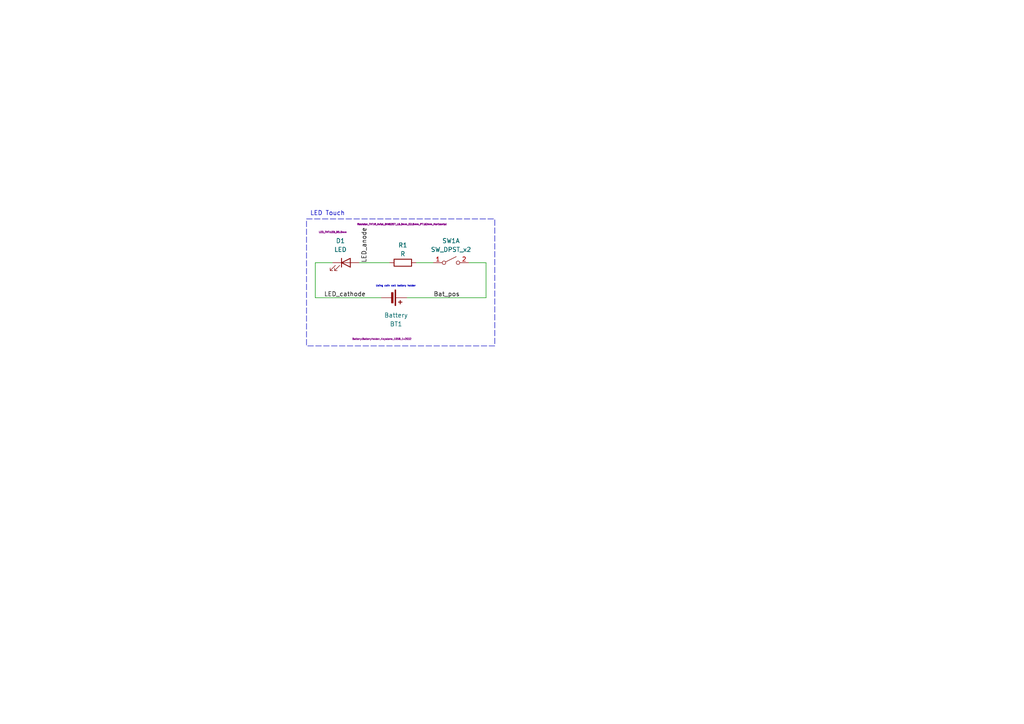
<source format=kicad_sch>
(kicad_sch (version 20231120) (generator "eeschema") (generator_version "8.0")
  (paper "A4")
  (title_block (title "LED Torch") (date "2024-04-01") (comment 1 "Project 1 of KiCad Tutorial") (comment 2 "Michael Granberry"))
  (lib_symbols
    (symbol "Device:Battery_Cell" (pin_numbers hide) (pin_names (offset 0) hide)
      (property "Reference" "BT" (at 2.54 2.54 0))
      (property "Value" "Battery_Cell" (at 2.54 0 0))
      (symbol "Battery_Cell_0_1"
        (rectangle (start -2.286 1.778) (end 2.286 1.524) (fill (type outline)))
        (rectangle (start -1.524 1.016) (end 1.524 0.508) (fill (type outline)))
        (polyline (pts (xy 0 0.762) (xy 0 0)))
        (polyline (pts (xy 0 1.778) (xy 0 2.54)))
        (polyline (pts (xy 0.762 3.048) (xy 1.778 3.048)) (stroke (width 0.254)))
        (polyline (pts (xy 1.27 3.556) (xy 1.27 2.54)) (stroke (width 0.254)))
      )
      (symbol "Battery_Cell_1_1"
        (pin passive line (at 0 5.08 270) (length 2.54) (name "+") (number "1"))
        (pin passive line (at 0 -2.54 90) (length 2.54) (name "-") (number "2"))
      )
    )
    (symbol "Device:LED" (pin_numbers hide) (pin_names (offset 1.016) hide)
      (property "Reference" "D" (at 0 2.54 0))
      (property "Value" "LED" (at 0 -2.54 0))
      (symbol "LED_0_1"
        (polyline (pts (xy -1.27 -1.27) (xy -1.27 1.27)) (stroke (width 0.254)))
        (polyline (pts (xy -1.27 0) (xy 1.27 0)))
        (polyline (pts (xy 1.27 -1.27) (xy 1.27 1.27) (xy -1.27 0) (xy 1.27 -1.27)) (stroke (width 0.254)))
        (polyline (pts (xy -3.048 -0.762) (xy -4.572 -2.286) (xy -3.81 -2.286) (xy -4.572 -2.286) (xy -4.572 -1.524)))
        (polyline (pts (xy -1.778 -0.762) (xy -3.302 -2.286) (xy -2.54 -2.286) (xy -3.302 -2.286) (xy -3.302 -1.524)))
      )
      (symbol "LED_1_1"
        (pin passive line (at -3.81 0 0) (length 2.54) (name "K") (number "1"))
        (pin passive line (at 3.81 0 180) (length 2.54) (name "A") (number "2"))
      )
    )
    (symbol "Device:R" (pin_numbers hide) (pin_names (offset 0))
      (property "Reference" "R" (at 2.032 0 90))
      (property "Value" "R" (at 0 0 90))
      (symbol "R_0_1"
        (rectangle (start -1.016 -2.54) (end 1.016 2.54) (stroke (width 0.254)))
      )
      (symbol "R_1_1"
        (pin passive line (at 0 3.81 270) (length 1.27) (name "~") (number "1"))
        (pin passive line (at 0 -3.81 90) (length 1.27) (name "~") (number "2"))
      )
    )
    (symbol "Switch:SW_DPST_x2" (pin_names (offset 0) hide)
      (property "Reference" "SW" (at 0 3.175 0))
      (property "Value" "SW_DPST_x2" (at 0 -2.54 0))
      (symbol "SW_DPST_x2_0_0"
        (circle (center -2.032 0) (radius 0.508))
        (polyline (pts (xy -1.524 0.254) (xy 1.524 1.778)))
        (circle (center 2.032 0) (radius 0.508))
      )
      (symbol "SW_DPST_x2_1_1"
        (pin passive line (at -5.08 0 0) (length 2.54) (name "A") (number "1"))
        (pin passive line (at 5.08 0 180) (length 2.54) (name "B") (number "2"))
      )
      (symbol "SW_DPST_x2_2_1"
        (pin passive line (at -5.08 0 0) (length 2.54) (name "A") (number "3"))
        (pin passive line (at 5.08 0 180) (length 2.54) (name "B") (number "4"))
      )
    )
  )
  (wire (pts (xy 91.44 86.36) (xy 110.49 86.36)))
  (wire (pts (xy 96.52 76.2) (xy 91.44 76.2)))
  (wire (pts (xy 140.97 76.2) (xy 140.97 86.36)))
  (wire (pts (xy 118.11 86.36) (xy 140.97 86.36)))
  (wire (pts (xy 120.65 76.2) (xy 125.73 76.2)))
  (wire (pts (xy 104.14 76.2) (xy 113.03 76.2)))
  (wire (pts (xy 135.89 76.2) (xy 140.97 76.2)))
  (wire (pts (xy 91.44 76.2) (xy 91.44 86.36)))
  (rectangle (start 88.9 63.5) (end 143.51 100.33) (stroke (width 0) (type dash)))
  (text "LED Touch" (at 94.996 61.976 0) (effects (font (size 1.27 1.27))))
  (text "Using coin cell battery holder" (at 114.808 83.058 0) (effects (font (size 0.5 0.5))))
  (label "LED_anode" (at 106.68 76.2 90))
  (label "Bat_pos" (at 125.73 86.36 0))
  (label "LED_cathode" (at 93.98 86.36 0))
  (symbol (lib_id "Device:LED") (at 100.33 76.2 0) (unit 1)
    (property "Reference" "D1" (at 98.7425 69.85 0))
    (property "Value" "LED" (at 98.7425 72.39 0))
    (property "Footprint" "LED_THT:LED_D5.0mm" (at 96.52 67.31 0) (effects (font (size 0.5 0.5))))
    (property "Description" "Light emitting diode" (effects (hide yes)))
  )
  (symbol (lib_id "Device:R") (at 116.84 76.2 90) (unit 1)
    (property "Reference" "R1" (at 116.84 71.12 90))
    (property "Value" "R" (at 116.84 73.66 90))
    (property "Footprint" "Resistor_THT:R_Axial_DIN0207_L6.3mm_D2.5mm_P7.62mm_Horizontal" (at 116.586 65.024 90) (effects (font (size 0.5 0.5))))
    (property "Description" "Resistor" (effects (hide yes)))
  )
  (symbol (lib_id "Switch:SW_DPST_x2") (at 130.81 76.2 0) (unit 1)
    (property "Reference" "SW1" (at 130.81 69.85 0))
    (property "Value" "SW_DPST_x2" (at 130.81 72.39 0))
    (property "Footprint" "Button_Switch_THT:SW_TH_Tactile_Omron_B3F-10xx" (effects (hide yes)))
    (property "Description" "Single Pole Single Throw (SPST) switch, separate symbol" (effects (hide yes)))
  )
  (symbol (lib_id "Device:Battery_Cell") (at 113.03 86.36 270) (unit 1)
    (property "Reference" "BT1" (at 114.8715 93.98 90))
    (property "Value" "Battery" (at 114.8715 91.44 90))
    (property "Footprint" "Battery:BatteryHolder_Keystone_1058_1x2032" (at 110.744 98.298 90) (effects (font (size 0.5 0.5))))
    (property "Description" "Single-cell battery" (effects (hide yes)))
  )
)
</source>
